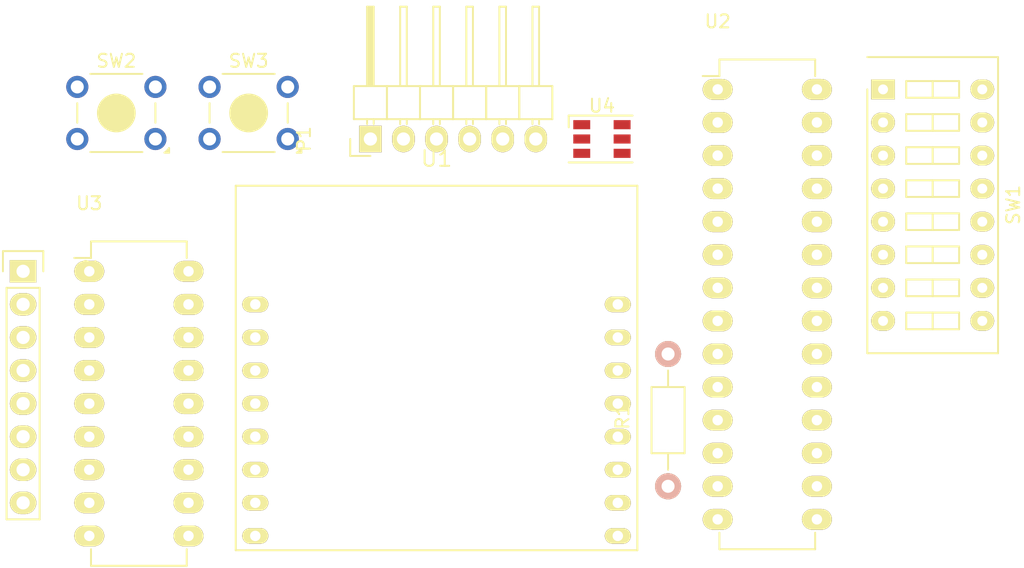
<source format=kicad_pcb>
(kicad_pcb (version 4) (host pcbnew 4.0.2-stable)

  (general
    (links 51)
    (no_connects 51)
    (area 70.414999 53.894999 162.105 110.685001)
    (thickness 1.6)
    (drawings 0)
    (tracks 0)
    (zones 0)
    (modules 10)
    (nets 46)
  )

  (page A4)
  (layers
    (0 F.Cu signal)
    (31 B.Cu signal)
    (32 B.Adhes user)
    (33 F.Adhes user)
    (34 B.Paste user)
    (35 F.Paste user)
    (36 B.SilkS user)
    (37 F.SilkS user)
    (38 B.Mask user)
    (39 F.Mask user)
    (40 Dwgs.User user)
    (41 Cmts.User user)
    (42 Eco1.User user)
    (43 Eco2.User user)
    (44 Edge.Cuts user)
    (45 Margin user)
    (46 B.CrtYd user)
    (47 F.CrtYd user)
    (48 B.Fab user)
    (49 F.Fab user)
  )

  (setup
    (last_trace_width 0.25)
    (trace_clearance 0.2)
    (zone_clearance 0.508)
    (zone_45_only no)
    (trace_min 0.2)
    (segment_width 0.2)
    (edge_width 0.15)
    (via_size 0.6)
    (via_drill 0.4)
    (via_min_size 0.4)
    (via_min_drill 0.3)
    (uvia_size 0.3)
    (uvia_drill 0.1)
    (uvias_allowed no)
    (uvia_min_size 0.2)
    (uvia_min_drill 0.1)
    (pcb_text_width 0.3)
    (pcb_text_size 1.5 1.5)
    (mod_edge_width 0.15)
    (mod_text_size 1 1)
    (mod_text_width 0.15)
    (pad_size 1.524 1.524)
    (pad_drill 0.762)
    (pad_to_mask_clearance 0.2)
    (aux_axis_origin 0 0)
    (visible_elements FFFFFF7F)
    (pcbplotparams
      (layerselection 0x00030_80000001)
      (usegerberextensions false)
      (excludeedgelayer true)
      (linewidth 0.100000)
      (plotframeref false)
      (viasonmask false)
      (mode 1)
      (useauxorigin false)
      (hpglpennumber 1)
      (hpglpenspeed 20)
      (hpglpendiameter 15)
      (hpglpenoverlay 2)
      (psnegative false)
      (psa4output false)
      (plotreference true)
      (plotvalue true)
      (plotinvisibletext false)
      (padsonsilk false)
      (subtractmaskfromsilk false)
      (outputformat 1)
      (mirror false)
      (drillshape 1)
      (scaleselection 1)
      (outputdirectory ""))
  )

  (net 0 "")
  (net 1 GND)
  (net 2 "Net-(P1-Pad2)")
  (net 3 +BATT)
  (net 4 "Net-(P1-Pad4)")
  (net 5 "Net-(P1-Pad5)")
  (net 6 "Net-(P1-Pad6)")
  (net 7 "Net-(P2-Pad1)")
  (net 8 "Net-(P2-Pad2)")
  (net 9 "Net-(P2-Pad3)")
  (net 10 "Net-(P2-Pad4)")
  (net 11 "Net-(P2-Pad5)")
  (net 12 "Net-(P2-Pad6)")
  (net 13 "Net-(P2-Pad7)")
  (net 14 "Net-(P2-Pad8)")
  (net 15 "Net-(R1-Pad1)")
  (net 16 "Net-(R1-Pad2)")
  (net 17 "Net-(SW1-Pad1)")
  (net 18 "Net-(SW1-Pad2)")
  (net 19 "Net-(SW1-Pad3)")
  (net 20 "Net-(SW1-Pad4)")
  (net 21 "Net-(SW1-Pad5)")
  (net 22 "Net-(SW1-Pad6)")
  (net 23 "Net-(SW1-Pad7)")
  (net 24 "Net-(SW1-Pad8)")
  (net 25 "Net-(SW2-Pad2)")
  (net 26 "Net-(SW3-Pad1)")
  (net 27 BattSense)
  (net 28 "Net-(U1-Pad14)")
  (net 29 "Net-(U1-Pad3)")
  (net 30 "Net-(U1-Pad13)")
  (net 31 "Net-(U1-Pad4)")
  (net 32 "Net-(U1-Pad5)")
  (net 33 "Net-(U1-Pad6)")
  (net 34 "Net-(U1-Pad10)")
  (net 35 "Net-(U1-Pad7)")
  (net 36 "Net-(U2-Pad1)")
  (net 37 "Net-(U2-Pad2)")
  (net 38 "Net-(U2-Pad3)")
  (net 39 "Net-(U2-Pad4)")
  (net 40 "Net-(U2-Pad5)")
  (net 41 "Net-(U2-Pad6)")
  (net 42 "Net-(U2-Pad7)")
  (net 43 "Net-(U2-Pad8)")
  (net 44 +3V3)
  (net 45 "Net-(U4-Pad2)")

  (net_class Default "This is the default net class."
    (clearance 0.2)
    (trace_width 0.25)
    (via_dia 0.6)
    (via_drill 0.4)
    (uvia_dia 0.3)
    (uvia_drill 0.1)
    (add_net +3V3)
    (add_net +BATT)
    (add_net BattSense)
    (add_net GND)
    (add_net "Net-(P1-Pad2)")
    (add_net "Net-(P1-Pad4)")
    (add_net "Net-(P1-Pad5)")
    (add_net "Net-(P1-Pad6)")
    (add_net "Net-(P2-Pad1)")
    (add_net "Net-(P2-Pad2)")
    (add_net "Net-(P2-Pad3)")
    (add_net "Net-(P2-Pad4)")
    (add_net "Net-(P2-Pad5)")
    (add_net "Net-(P2-Pad6)")
    (add_net "Net-(P2-Pad7)")
    (add_net "Net-(P2-Pad8)")
    (add_net "Net-(R1-Pad1)")
    (add_net "Net-(R1-Pad2)")
    (add_net "Net-(SW1-Pad1)")
    (add_net "Net-(SW1-Pad2)")
    (add_net "Net-(SW1-Pad3)")
    (add_net "Net-(SW1-Pad4)")
    (add_net "Net-(SW1-Pad5)")
    (add_net "Net-(SW1-Pad6)")
    (add_net "Net-(SW1-Pad7)")
    (add_net "Net-(SW1-Pad8)")
    (add_net "Net-(SW2-Pad2)")
    (add_net "Net-(SW3-Pad1)")
    (add_net "Net-(U1-Pad10)")
    (add_net "Net-(U1-Pad13)")
    (add_net "Net-(U1-Pad14)")
    (add_net "Net-(U1-Pad3)")
    (add_net "Net-(U1-Pad4)")
    (add_net "Net-(U1-Pad5)")
    (add_net "Net-(U1-Pad6)")
    (add_net "Net-(U1-Pad7)")
    (add_net "Net-(U2-Pad1)")
    (add_net "Net-(U2-Pad2)")
    (add_net "Net-(U2-Pad3)")
    (add_net "Net-(U2-Pad4)")
    (add_net "Net-(U2-Pad5)")
    (add_net "Net-(U2-Pad6)")
    (add_net "Net-(U2-Pad7)")
    (add_net "Net-(U2-Pad8)")
    (add_net "Net-(U4-Pad2)")
  )

  (module Pin_Headers:Pin_Header_Angled_1x06 (layer F.Cu) (tedit 0) (tstamp 577EE931)
    (at 106.68 64.77 90)
    (descr "Through hole pin header")
    (tags "pin header")
    (path /577D9C97)
    (fp_text reference P1 (at 0 -5.1 90) (layer F.SilkS)
      (effects (font (size 1 1) (thickness 0.15)))
    )
    (fp_text value CONN_01X06 (at 0 -3.1 90) (layer F.Fab)
      (effects (font (size 1 1) (thickness 0.15)))
    )
    (fp_line (start -1.5 -1.75) (end -1.5 14.45) (layer F.CrtYd) (width 0.05))
    (fp_line (start 10.65 -1.75) (end 10.65 14.45) (layer F.CrtYd) (width 0.05))
    (fp_line (start -1.5 -1.75) (end 10.65 -1.75) (layer F.CrtYd) (width 0.05))
    (fp_line (start -1.5 14.45) (end 10.65 14.45) (layer F.CrtYd) (width 0.05))
    (fp_line (start -1.3 -1.55) (end -1.3 0) (layer F.SilkS) (width 0.15))
    (fp_line (start 0 -1.55) (end -1.3 -1.55) (layer F.SilkS) (width 0.15))
    (fp_line (start 4.191 -0.127) (end 10.033 -0.127) (layer F.SilkS) (width 0.15))
    (fp_line (start 10.033 -0.127) (end 10.033 0.127) (layer F.SilkS) (width 0.15))
    (fp_line (start 10.033 0.127) (end 4.191 0.127) (layer F.SilkS) (width 0.15))
    (fp_line (start 4.191 0.127) (end 4.191 0) (layer F.SilkS) (width 0.15))
    (fp_line (start 4.191 0) (end 10.033 0) (layer F.SilkS) (width 0.15))
    (fp_line (start 1.524 -0.254) (end 1.143 -0.254) (layer F.SilkS) (width 0.15))
    (fp_line (start 1.524 0.254) (end 1.143 0.254) (layer F.SilkS) (width 0.15))
    (fp_line (start 1.524 2.286) (end 1.143 2.286) (layer F.SilkS) (width 0.15))
    (fp_line (start 1.524 2.794) (end 1.143 2.794) (layer F.SilkS) (width 0.15))
    (fp_line (start 1.524 4.826) (end 1.143 4.826) (layer F.SilkS) (width 0.15))
    (fp_line (start 1.524 5.334) (end 1.143 5.334) (layer F.SilkS) (width 0.15))
    (fp_line (start 1.524 12.954) (end 1.143 12.954) (layer F.SilkS) (width 0.15))
    (fp_line (start 1.524 12.446) (end 1.143 12.446) (layer F.SilkS) (width 0.15))
    (fp_line (start 1.524 10.414) (end 1.143 10.414) (layer F.SilkS) (width 0.15))
    (fp_line (start 1.524 9.906) (end 1.143 9.906) (layer F.SilkS) (width 0.15))
    (fp_line (start 1.524 7.874) (end 1.143 7.874) (layer F.SilkS) (width 0.15))
    (fp_line (start 1.524 7.366) (end 1.143 7.366) (layer F.SilkS) (width 0.15))
    (fp_line (start 1.524 -1.27) (end 4.064 -1.27) (layer F.SilkS) (width 0.15))
    (fp_line (start 1.524 1.27) (end 4.064 1.27) (layer F.SilkS) (width 0.15))
    (fp_line (start 1.524 1.27) (end 1.524 3.81) (layer F.SilkS) (width 0.15))
    (fp_line (start 1.524 3.81) (end 4.064 3.81) (layer F.SilkS) (width 0.15))
    (fp_line (start 4.064 2.286) (end 10.16 2.286) (layer F.SilkS) (width 0.15))
    (fp_line (start 10.16 2.286) (end 10.16 2.794) (layer F.SilkS) (width 0.15))
    (fp_line (start 10.16 2.794) (end 4.064 2.794) (layer F.SilkS) (width 0.15))
    (fp_line (start 4.064 3.81) (end 4.064 1.27) (layer F.SilkS) (width 0.15))
    (fp_line (start 4.064 1.27) (end 4.064 -1.27) (layer F.SilkS) (width 0.15))
    (fp_line (start 10.16 0.254) (end 4.064 0.254) (layer F.SilkS) (width 0.15))
    (fp_line (start 10.16 -0.254) (end 10.16 0.254) (layer F.SilkS) (width 0.15))
    (fp_line (start 4.064 -0.254) (end 10.16 -0.254) (layer F.SilkS) (width 0.15))
    (fp_line (start 1.524 1.27) (end 4.064 1.27) (layer F.SilkS) (width 0.15))
    (fp_line (start 1.524 -1.27) (end 1.524 1.27) (layer F.SilkS) (width 0.15))
    (fp_line (start 1.524 8.89) (end 4.064 8.89) (layer F.SilkS) (width 0.15))
    (fp_line (start 1.524 8.89) (end 1.524 11.43) (layer F.SilkS) (width 0.15))
    (fp_line (start 1.524 11.43) (end 4.064 11.43) (layer F.SilkS) (width 0.15))
    (fp_line (start 4.064 9.906) (end 10.16 9.906) (layer F.SilkS) (width 0.15))
    (fp_line (start 10.16 9.906) (end 10.16 10.414) (layer F.SilkS) (width 0.15))
    (fp_line (start 10.16 10.414) (end 4.064 10.414) (layer F.SilkS) (width 0.15))
    (fp_line (start 4.064 11.43) (end 4.064 8.89) (layer F.SilkS) (width 0.15))
    (fp_line (start 4.064 13.97) (end 4.064 11.43) (layer F.SilkS) (width 0.15))
    (fp_line (start 10.16 12.954) (end 4.064 12.954) (layer F.SilkS) (width 0.15))
    (fp_line (start 10.16 12.446) (end 10.16 12.954) (layer F.SilkS) (width 0.15))
    (fp_line (start 4.064 12.446) (end 10.16 12.446) (layer F.SilkS) (width 0.15))
    (fp_line (start 1.524 13.97) (end 4.064 13.97) (layer F.SilkS) (width 0.15))
    (fp_line (start 1.524 11.43) (end 1.524 13.97) (layer F.SilkS) (width 0.15))
    (fp_line (start 1.524 11.43) (end 4.064 11.43) (layer F.SilkS) (width 0.15))
    (fp_line (start 1.524 6.35) (end 4.064 6.35) (layer F.SilkS) (width 0.15))
    (fp_line (start 1.524 6.35) (end 1.524 8.89) (layer F.SilkS) (width 0.15))
    (fp_line (start 1.524 8.89) (end 4.064 8.89) (layer F.SilkS) (width 0.15))
    (fp_line (start 4.064 7.366) (end 10.16 7.366) (layer F.SilkS) (width 0.15))
    (fp_line (start 10.16 7.366) (end 10.16 7.874) (layer F.SilkS) (width 0.15))
    (fp_line (start 10.16 7.874) (end 4.064 7.874) (layer F.SilkS) (width 0.15))
    (fp_line (start 4.064 8.89) (end 4.064 6.35) (layer F.SilkS) (width 0.15))
    (fp_line (start 4.064 6.35) (end 4.064 3.81) (layer F.SilkS) (width 0.15))
    (fp_line (start 10.16 5.334) (end 4.064 5.334) (layer F.SilkS) (width 0.15))
    (fp_line (start 10.16 4.826) (end 10.16 5.334) (layer F.SilkS) (width 0.15))
    (fp_line (start 4.064 4.826) (end 10.16 4.826) (layer F.SilkS) (width 0.15))
    (fp_line (start 1.524 6.35) (end 4.064 6.35) (layer F.SilkS) (width 0.15))
    (fp_line (start 1.524 3.81) (end 1.524 6.35) (layer F.SilkS) (width 0.15))
    (fp_line (start 1.524 3.81) (end 4.064 3.81) (layer F.SilkS) (width 0.15))
    (pad 1 thru_hole rect (at 0 0 90) (size 2.032 1.7272) (drill 1.016) (layers *.Cu *.Mask F.SilkS)
      (net 1 GND))
    (pad 2 thru_hole oval (at 0 2.54 90) (size 2.032 1.7272) (drill 1.016) (layers *.Cu *.Mask F.SilkS)
      (net 2 "Net-(P1-Pad2)"))
    (pad 3 thru_hole oval (at 0 5.08 90) (size 2.032 1.7272) (drill 1.016) (layers *.Cu *.Mask F.SilkS)
      (net 3 +BATT))
    (pad 4 thru_hole oval (at 0 7.62 90) (size 2.032 1.7272) (drill 1.016) (layers *.Cu *.Mask F.SilkS)
      (net 4 "Net-(P1-Pad4)"))
    (pad 5 thru_hole oval (at 0 10.16 90) (size 2.032 1.7272) (drill 1.016) (layers *.Cu *.Mask F.SilkS)
      (net 5 "Net-(P1-Pad5)"))
    (pad 6 thru_hole oval (at 0 12.7 90) (size 2.032 1.7272) (drill 1.016) (layers *.Cu *.Mask F.SilkS)
      (net 6 "Net-(P1-Pad6)"))
    (model Pin_Headers.3dshapes/Pin_Header_Angled_1x06.wrl
      (at (xyz 0 -0.25 0))
      (scale (xyz 1 1 1))
      (rotate (xyz 0 0 90))
    )
  )

  (module Socket_Strips:Socket_Strip_Straight_1x08 (layer F.Cu) (tedit 0) (tstamp 577EE93D)
    (at 80.01 74.93 270)
    (descr "Through hole socket strip")
    (tags "socket strip")
    (path /577DD32E)
    (fp_text reference P2 (at 0 -5.1 270) (layer F.SilkS)
      (effects (font (size 1 1) (thickness 0.15)))
    )
    (fp_text value CONN_01X08 (at 0 -3.1 270) (layer F.Fab)
      (effects (font (size 1 1) (thickness 0.15)))
    )
    (fp_line (start -1.75 -1.75) (end -1.75 1.75) (layer F.CrtYd) (width 0.05))
    (fp_line (start 19.55 -1.75) (end 19.55 1.75) (layer F.CrtYd) (width 0.05))
    (fp_line (start -1.75 -1.75) (end 19.55 -1.75) (layer F.CrtYd) (width 0.05))
    (fp_line (start -1.75 1.75) (end 19.55 1.75) (layer F.CrtYd) (width 0.05))
    (fp_line (start 1.27 1.27) (end 19.05 1.27) (layer F.SilkS) (width 0.15))
    (fp_line (start 19.05 1.27) (end 19.05 -1.27) (layer F.SilkS) (width 0.15))
    (fp_line (start 19.05 -1.27) (end 1.27 -1.27) (layer F.SilkS) (width 0.15))
    (fp_line (start -1.55 1.55) (end 0 1.55) (layer F.SilkS) (width 0.15))
    (fp_line (start 1.27 1.27) (end 1.27 -1.27) (layer F.SilkS) (width 0.15))
    (fp_line (start 0 -1.55) (end -1.55 -1.55) (layer F.SilkS) (width 0.15))
    (fp_line (start -1.55 -1.55) (end -1.55 1.55) (layer F.SilkS) (width 0.15))
    (pad 1 thru_hole rect (at 0 0 270) (size 1.7272 2.032) (drill 1.016) (layers *.Cu *.Mask F.SilkS)
      (net 7 "Net-(P2-Pad1)"))
    (pad 2 thru_hole oval (at 2.54 0 270) (size 1.7272 2.032) (drill 1.016) (layers *.Cu *.Mask F.SilkS)
      (net 8 "Net-(P2-Pad2)"))
    (pad 3 thru_hole oval (at 5.08 0 270) (size 1.7272 2.032) (drill 1.016) (layers *.Cu *.Mask F.SilkS)
      (net 9 "Net-(P2-Pad3)"))
    (pad 4 thru_hole oval (at 7.62 0 270) (size 1.7272 2.032) (drill 1.016) (layers *.Cu *.Mask F.SilkS)
      (net 10 "Net-(P2-Pad4)"))
    (pad 5 thru_hole oval (at 10.16 0 270) (size 1.7272 2.032) (drill 1.016) (layers *.Cu *.Mask F.SilkS)
      (net 11 "Net-(P2-Pad5)"))
    (pad 6 thru_hole oval (at 12.7 0 270) (size 1.7272 2.032) (drill 1.016) (layers *.Cu *.Mask F.SilkS)
      (net 12 "Net-(P2-Pad6)"))
    (pad 7 thru_hole oval (at 15.24 0 270) (size 1.7272 2.032) (drill 1.016) (layers *.Cu *.Mask F.SilkS)
      (net 13 "Net-(P2-Pad7)"))
    (pad 8 thru_hole oval (at 17.78 0 270) (size 1.7272 2.032) (drill 1.016) (layers *.Cu *.Mask F.SilkS)
      (net 14 "Net-(P2-Pad8)"))
    (model Socket_Strips.3dshapes/Socket_Strip_Straight_1x08.wrl
      (at (xyz 0.35 0 0))
      (scale (xyz 1 1 1))
      (rotate (xyz 0 0 180))
    )
  )

  (module Resistors_ThroughHole:Resistor_Horizontal_RM10mm (layer F.Cu) (tedit 56648415) (tstamp 577EE943)
    (at 129.54 91.44 90)
    (descr "Resistor, Axial,  RM 10mm, 1/3W")
    (tags "Resistor Axial RM 10mm 1/3W")
    (path /577DA7E8)
    (fp_text reference R1 (at 5.32892 -3.50012 90) (layer F.SilkS)
      (effects (font (size 1 1) (thickness 0.15)))
    )
    (fp_text value 570 (at 5.08 3.81 90) (layer F.Fab)
      (effects (font (size 1 1) (thickness 0.15)))
    )
    (fp_line (start -1.25 -1.5) (end 11.4 -1.5) (layer F.CrtYd) (width 0.05))
    (fp_line (start -1.25 1.5) (end -1.25 -1.5) (layer F.CrtYd) (width 0.05))
    (fp_line (start 11.4 -1.5) (end 11.4 1.5) (layer F.CrtYd) (width 0.05))
    (fp_line (start -1.25 1.5) (end 11.4 1.5) (layer F.CrtYd) (width 0.05))
    (fp_line (start 2.54 -1.27) (end 7.62 -1.27) (layer F.SilkS) (width 0.15))
    (fp_line (start 7.62 -1.27) (end 7.62 1.27) (layer F.SilkS) (width 0.15))
    (fp_line (start 7.62 1.27) (end 2.54 1.27) (layer F.SilkS) (width 0.15))
    (fp_line (start 2.54 1.27) (end 2.54 -1.27) (layer F.SilkS) (width 0.15))
    (fp_line (start 2.54 0) (end 1.27 0) (layer F.SilkS) (width 0.15))
    (fp_line (start 7.62 0) (end 8.89 0) (layer F.SilkS) (width 0.15))
    (pad 1 thru_hole circle (at 0 0 90) (size 1.99898 1.99898) (drill 1.00076) (layers *.Cu *.SilkS *.Mask)
      (net 15 "Net-(R1-Pad1)"))
    (pad 2 thru_hole circle (at 10.16 0 90) (size 1.99898 1.99898) (drill 1.00076) (layers *.Cu *.SilkS *.Mask)
      (net 16 "Net-(R1-Pad2)"))
    (model Resistors_ThroughHole.3dshapes/Resistor_Horizontal_RM10mm.wrl
      (at (xyz 0 0 0))
      (scale (xyz 0.4 0.4 0.4))
      (rotate (xyz 0 0 0))
    )
  )

  (module Buttons_Switches_ThroughHole:SW_DIP_x8_Slide (layer F.Cu) (tedit 54BB66BF) (tstamp 577EE957)
    (at 146.05 60.96 270)
    (descr "CTS Electrocomponents, Series 206/208")
    (path /577DAB6E)
    (fp_text reference SW1 (at 8.87 -10 270) (layer F.SilkS)
      (effects (font (size 1 1) (thickness 0.15)))
    )
    (fp_text value DIPS_08 (at 2 2.4 270) (layer F.Fab)
      (effects (font (size 1 1) (thickness 0.15)))
    )
    (fp_line (start -0.64 -5.84) (end -0.64 -1.78) (layer F.SilkS) (width 0.15))
    (fp_line (start -0.64 -3.81) (end 0.64 -3.81) (layer F.SilkS) (width 0.15))
    (fp_line (start -0.64 -1.78) (end 0.64 -1.78) (layer F.SilkS) (width 0.15))
    (fp_line (start 0.64 -1.78) (end 0.64 -5.84) (layer F.SilkS) (width 0.15))
    (fp_line (start 0.64 -5.84) (end -0.64 -5.84) (layer F.SilkS) (width 0.15))
    (fp_line (start 1.9 -5.84) (end 1.9 -1.78) (layer F.SilkS) (width 0.15))
    (fp_line (start 1.9 -3.81) (end 3.18 -3.81) (layer F.SilkS) (width 0.15))
    (fp_line (start 1.9 -1.78) (end 3.18 -1.78) (layer F.SilkS) (width 0.15))
    (fp_line (start 3.18 -1.78) (end 3.18 -5.84) (layer F.SilkS) (width 0.15))
    (fp_line (start 3.18 -5.84) (end 1.9 -5.84) (layer F.SilkS) (width 0.15))
    (fp_line (start 4.44 -5.84) (end 4.44 -1.78) (layer F.SilkS) (width 0.15))
    (fp_line (start 4.44 -3.81) (end 5.72 -3.81) (layer F.SilkS) (width 0.15))
    (fp_line (start 4.44 -1.78) (end 5.72 -1.78) (layer F.SilkS) (width 0.15))
    (fp_line (start 5.72 -1.78) (end 5.72 -5.84) (layer F.SilkS) (width 0.15))
    (fp_line (start 5.72 -5.84) (end 4.44 -5.84) (layer F.SilkS) (width 0.15))
    (fp_line (start 6.98 -5.84) (end 6.98 -1.78) (layer F.SilkS) (width 0.15))
    (fp_line (start 6.98 -3.81) (end 8.26 -3.81) (layer F.SilkS) (width 0.15))
    (fp_line (start 6.98 -1.78) (end 8.26 -1.78) (layer F.SilkS) (width 0.15))
    (fp_line (start 8.26 -1.78) (end 8.26 -5.84) (layer F.SilkS) (width 0.15))
    (fp_line (start 8.26 -5.84) (end 6.98 -5.84) (layer F.SilkS) (width 0.15))
    (fp_line (start 9.52 -5.84) (end 9.52 -1.78) (layer F.SilkS) (width 0.15))
    (fp_line (start 9.52 -3.81) (end 10.8 -3.81) (layer F.SilkS) (width 0.15))
    (fp_line (start 9.52 -1.78) (end 10.8 -1.78) (layer F.SilkS) (width 0.15))
    (fp_line (start 10.8 -1.78) (end 10.8 -5.84) (layer F.SilkS) (width 0.15))
    (fp_line (start 10.8 -5.84) (end 9.52 -5.84) (layer F.SilkS) (width 0.15))
    (fp_line (start 12.06 -5.84) (end 12.06 -1.78) (layer F.SilkS) (width 0.15))
    (fp_line (start 12.06 -3.81) (end 13.34 -3.81) (layer F.SilkS) (width 0.15))
    (fp_line (start 12.06 -1.78) (end 13.34 -1.78) (layer F.SilkS) (width 0.15))
    (fp_line (start 13.34 -1.78) (end 13.34 -5.84) (layer F.SilkS) (width 0.15))
    (fp_line (start 13.34 -5.84) (end 12.06 -5.84) (layer F.SilkS) (width 0.15))
    (fp_line (start 14.6 -5.84) (end 14.6 -1.78) (layer F.SilkS) (width 0.15))
    (fp_line (start 14.6 -3.81) (end 15.88 -3.81) (layer F.SilkS) (width 0.15))
    (fp_line (start 14.6 -1.78) (end 15.88 -1.78) (layer F.SilkS) (width 0.15))
    (fp_line (start 15.88 -1.78) (end 15.88 -5.84) (layer F.SilkS) (width 0.15))
    (fp_line (start 15.88 -5.84) (end 14.6 -5.84) (layer F.SilkS) (width 0.15))
    (fp_line (start 17.14 -5.84) (end 17.14 -1.78) (layer F.SilkS) (width 0.15))
    (fp_line (start 17.14 -3.81) (end 18.42 -3.81) (layer F.SilkS) (width 0.15))
    (fp_line (start 17.14 -1.78) (end 18.42 -1.78) (layer F.SilkS) (width 0.15))
    (fp_line (start 18.42 -1.78) (end 18.42 -5.84) (layer F.SilkS) (width 0.15))
    (fp_line (start 18.42 -5.84) (end 17.14 -5.84) (layer F.SilkS) (width 0.15))
    (fp_line (start -2.8 -9.15) (end -2.8 1.55) (layer F.CrtYd) (width 0.05))
    (fp_line (start -2.8 1.55) (end 20.6 1.55) (layer F.CrtYd) (width 0.05))
    (fp_line (start 20.6 1.55) (end 20.6 -9.15) (layer F.CrtYd) (width 0.05))
    (fp_line (start 20.6 -9.15) (end -2.8 -9.15) (layer F.CrtYd) (width 0.05))
    (fp_line (start -2.48 1.21) (end -2.48 -8.83) (layer F.SilkS) (width 0.15))
    (fp_line (start -2.48 -8.83) (end 20.26 -8.83) (layer F.SilkS) (width 0.15))
    (fp_line (start 20.26 -8.83) (end 20.26 1.21) (layer F.SilkS) (width 0.15))
    (fp_line (start 20.26 1.21) (end 0 1.21) (layer F.SilkS) (width 0.15))
    (pad 1 thru_hole rect (at 0 0 270) (size 1.524 1.824) (drill 0.762) (layers *.Cu *.Mask F.SilkS)
      (net 17 "Net-(SW1-Pad1)"))
    (pad 16 thru_hole oval (at 0 -7.62 270) (size 1.524 1.824) (drill 0.762) (layers *.Cu *.Mask F.SilkS)
      (net 1 GND))
    (pad 2 thru_hole oval (at 2.54 0 270) (size 1.524 1.824) (drill 0.762) (layers *.Cu *.Mask F.SilkS)
      (net 18 "Net-(SW1-Pad2)"))
    (pad 15 thru_hole oval (at 2.54 -7.62 270) (size 1.524 1.824) (drill 0.762) (layers *.Cu *.Mask F.SilkS)
      (net 1 GND))
    (pad 3 thru_hole oval (at 5.08 0 270) (size 1.524 1.824) (drill 0.762) (layers *.Cu *.Mask F.SilkS)
      (net 19 "Net-(SW1-Pad3)"))
    (pad 14 thru_hole oval (at 5.08 -7.62 270) (size 1.524 1.824) (drill 0.762) (layers *.Cu *.Mask F.SilkS)
      (net 1 GND))
    (pad 4 thru_hole oval (at 7.62 0 270) (size 1.524 1.824) (drill 0.762) (layers *.Cu *.Mask F.SilkS)
      (net 20 "Net-(SW1-Pad4)"))
    (pad 13 thru_hole oval (at 7.62 -7.62 270) (size 1.524 1.824) (drill 0.762) (layers *.Cu *.Mask F.SilkS)
      (net 1 GND))
    (pad 5 thru_hole oval (at 10.16 0 270) (size 1.524 1.824) (drill 0.762) (layers *.Cu *.Mask F.SilkS)
      (net 21 "Net-(SW1-Pad5)"))
    (pad 12 thru_hole oval (at 10.16 -7.62 270) (size 1.524 1.824) (drill 0.762) (layers *.Cu *.Mask F.SilkS)
      (net 1 GND))
    (pad 6 thru_hole oval (at 12.7 0 270) (size 1.524 1.824) (drill 0.762) (layers *.Cu *.Mask F.SilkS)
      (net 22 "Net-(SW1-Pad6)"))
    (pad 11 thru_hole oval (at 12.7 -7.62 270) (size 1.524 1.824) (drill 0.762) (layers *.Cu *.Mask F.SilkS)
      (net 1 GND))
    (pad 7 thru_hole oval (at 15.24 0 270) (size 1.524 1.824) (drill 0.762) (layers *.Cu *.Mask F.SilkS)
      (net 23 "Net-(SW1-Pad7)"))
    (pad 10 thru_hole oval (at 15.24 -7.62 270) (size 1.524 1.824) (drill 0.762) (layers *.Cu *.Mask F.SilkS)
      (net 1 GND))
    (pad 8 thru_hole oval (at 17.78 0 270) (size 1.524 1.824) (drill 0.762) (layers *.Cu *.Mask F.SilkS)
      (net 24 "Net-(SW1-Pad8)"))
    (pad 9 thru_hole oval (at 17.78 -7.62 270) (size 1.524 1.824) (drill 0.762) (layers *.Cu *.Mask F.SilkS)
      (net 1 GND))
    (model Buttons_Switches_ThroughHole.3dshapes/SW_DIP_x8_Slide.wrl
      (at (xyz 0 0 0))
      (scale (xyz 1 1 1))
      (rotate (xyz 0 0 0))
    )
  )

  (module Buttons_Switches_ThroughHole:SW_TH_Tactile_Omron_B3F-10xx (layer F.Cu) (tedit 563F14D4) (tstamp 577EE95F)
    (at 90.17 64.77 180)
    (descr SW_TH_Tactile_Omron_B3F-10xx)
    (tags "Omron B3F-10xx")
    (path /577DA05A)
    (fp_text reference SW2 (at 3 6 180) (layer F.SilkS)
      (effects (font (size 1 1) (thickness 0.15)))
    )
    (fp_text value SW_PUSH (at 2.95 -2.05 180) (layer F.Fab)
      (effects (font (size 1 1) (thickness 0.15)))
    )
    (fp_line (start -0.95 -1) (end -0.95 -0.9) (layer F.SilkS) (width 0.15))
    (fp_line (start -1.05 -1.05) (end -0.7 -1.05) (layer F.SilkS) (width 0.15))
    (fp_arc (start 0 0) (end -1.05 -0.7) (angle 22.61986495) (layer F.SilkS) (width 0.15))
    (fp_line (start -1.05 -1.05) (end -1.05 -0.7) (layer F.SilkS) (width 0.15))
    (fp_line (start 7.15 -1.15) (end 0.45 -1.15) (layer F.CrtYd) (width 0.05))
    (fp_line (start 7.15 5.15) (end 7.15 -1.15) (layer F.CrtYd) (width 0.05))
    (fp_line (start -1.15 5.15) (end 7.15 5.15) (layer F.CrtYd) (width 0.05))
    (fp_line (start -1.15 0) (end -1.15 5.15) (layer F.CrtYd) (width 0.05))
    (fp_line (start -1.15 -1.15) (end 0.45 -1.15) (layer F.CrtYd) (width 0.05))
    (fp_line (start -1.15 0) (end -1.15 -1.15) (layer F.CrtYd) (width 0.05))
    (fp_circle (center 3 2) (end 4 3) (layer F.SilkS) (width 0.15))
    (fp_line (start 1 5) (end 5 5) (layer F.SilkS) (width 0.15))
    (fp_line (start 1 -1) (end 5 -1) (layer F.SilkS) (width 0.15))
    (fp_line (start 0 2.75) (end 0 1.25) (layer F.SilkS) (width 0.15))
    (fp_line (start 6 1.25) (end 6 2.75) (layer F.SilkS) (width 0.15))
    (fp_line (start 0 2) (end 0 2) (layer F.SilkS) (width 0))
    (fp_line (start 5 5) (end 1 5) (layer F.SilkS) (width 0))
    (fp_line (start 5 -1) (end 1 -1) (layer F.SilkS) (width 0))
    (fp_line (start 6 2) (end 6 2) (layer F.SilkS) (width 0))
    (fp_circle (center 3 2) (end 4 3) (layer F.SilkS) (width 0))
    (pad 4 thru_hole circle (at 6 4 180) (size 1.7 1.7) (drill 1) (layers *.Cu *.Mask))
    (pad 3 thru_hole circle (at 0 4 180) (size 1.7 1.7) (drill 1) (layers *.Cu *.Mask))
    (pad 2 thru_hole circle (at 6 0 180) (size 1.7 1.7) (drill 1) (layers *.Cu *.Mask)
      (net 25 "Net-(SW2-Pad2)"))
    (pad 1 thru_hole circle (at 0 0 180) (size 1.7 1.7) (drill 1) (layers *.Cu *.Mask)
      (net 1 GND))
  )

  (module Buttons_Switches_ThroughHole:SW_TH_Tactile_Omron_B3F-10xx (layer F.Cu) (tedit 563F14D4) (tstamp 577EE967)
    (at 100.33 64.77 180)
    (descr SW_TH_Tactile_Omron_B3F-10xx)
    (tags "Omron B3F-10xx")
    (path /577D9FFA)
    (fp_text reference SW3 (at 3 6 180) (layer F.SilkS)
      (effects (font (size 1 1) (thickness 0.15)))
    )
    (fp_text value SW_PUSH (at 2.95 -2.05 180) (layer F.Fab)
      (effects (font (size 1 1) (thickness 0.15)))
    )
    (fp_line (start -0.95 -1) (end -0.95 -0.9) (layer F.SilkS) (width 0.15))
    (fp_line (start -1.05 -1.05) (end -0.7 -1.05) (layer F.SilkS) (width 0.15))
    (fp_arc (start 0 0) (end -1.05 -0.7) (angle 22.61986495) (layer F.SilkS) (width 0.15))
    (fp_line (start -1.05 -1.05) (end -1.05 -0.7) (layer F.SilkS) (width 0.15))
    (fp_line (start 7.15 -1.15) (end 0.45 -1.15) (layer F.CrtYd) (width 0.05))
    (fp_line (start 7.15 5.15) (end 7.15 -1.15) (layer F.CrtYd) (width 0.05))
    (fp_line (start -1.15 5.15) (end 7.15 5.15) (layer F.CrtYd) (width 0.05))
    (fp_line (start -1.15 0) (end -1.15 5.15) (layer F.CrtYd) (width 0.05))
    (fp_line (start -1.15 -1.15) (end 0.45 -1.15) (layer F.CrtYd) (width 0.05))
    (fp_line (start -1.15 0) (end -1.15 -1.15) (layer F.CrtYd) (width 0.05))
    (fp_circle (center 3 2) (end 4 3) (layer F.SilkS) (width 0.15))
    (fp_line (start 1 5) (end 5 5) (layer F.SilkS) (width 0.15))
    (fp_line (start 1 -1) (end 5 -1) (layer F.SilkS) (width 0.15))
    (fp_line (start 0 2.75) (end 0 1.25) (layer F.SilkS) (width 0.15))
    (fp_line (start 6 1.25) (end 6 2.75) (layer F.SilkS) (width 0.15))
    (fp_line (start 0 2) (end 0 2) (layer F.SilkS) (width 0))
    (fp_line (start 5 5) (end 1 5) (layer F.SilkS) (width 0))
    (fp_line (start 5 -1) (end 1 -1) (layer F.SilkS) (width 0))
    (fp_line (start 6 2) (end 6 2) (layer F.SilkS) (width 0))
    (fp_circle (center 3 2) (end 4 3) (layer F.SilkS) (width 0))
    (pad 4 thru_hole circle (at 6 4 180) (size 1.7 1.7) (drill 1) (layers *.Cu *.Mask))
    (pad 3 thru_hole circle (at 0 4 180) (size 1.7 1.7) (drill 1) (layers *.Cu *.Mask))
    (pad 2 thru_hole circle (at 6 0 180) (size 1.7 1.7) (drill 1) (layers *.Cu *.Mask)
      (net 1 GND))
    (pad 1 thru_hole circle (at 0 0 180) (size 1.7 1.7) (drill 1) (layers *.Cu *.Mask)
      (net 26 "Net-(SW3-Pad1)"))
  )

  (module ESP8266:ESP12_Breakout (layer F.Cu) (tedit 577EE466) (tstamp 577EE97F)
    (at 111.76 86.36 270)
    (path /577D9800)
    (fp_text reference U1 (at -20.08 0 360) (layer F.SilkS)
      (effects (font (size 1.2 1.2) (thickness 0.15)))
    )
    (fp_text value ESP-12_Breakout (at -2.54 0 270) (layer F.Fab)
      (effects (font (size 1.2 1.2) (thickness 0.15)))
    )
    (fp_line (start -18 -15.42) (end -18 15.42) (layer F.SilkS) (width 0.15))
    (fp_line (start -18 15.419999) (end 9.99 15.42) (layer F.SilkS) (width 0.15))
    (fp_line (start 9.99 15.42) (end 9.99 -15.42) (layer F.SilkS) (width 0.15))
    (fp_line (start 9.99 -15.419999) (end -18 -15.42) (layer F.SilkS) (width 0.15))
    (pad 16 thru_hole oval (at -8.89 -13.92 270) (size 1.2 2) (drill 0.8) (layers *.Cu *.Mask F.SilkS)
      (net 5 "Net-(P1-Pad5)"))
    (pad 1 thru_hole oval (at -8.89 13.92 270) (size 1.2 2) (drill 0.8) (layers *.Cu *.Mask F.SilkS)
      (net 25 "Net-(SW2-Pad2)"))
    (pad 15 thru_hole oval (at -6.35 -13.92 270) (size 1.2 2) (drill 0.8) (layers *.Cu *.Mask F.SilkS)
      (net 4 "Net-(P1-Pad4)"))
    (pad 2 thru_hole oval (at -6.35 13.92 270) (size 1.2 2) (drill 0.8) (layers *.Cu *.Mask F.SilkS)
      (net 27 BattSense))
    (pad 14 thru_hole oval (at -3.81 -13.92 270) (size 1.2 2) (drill 0.8) (layers *.Cu *.Mask F.SilkS)
      (net 28 "Net-(U1-Pad14)"))
    (pad 3 thru_hole oval (at -3.81 13.92 270) (size 1.2 2) (drill 0.8) (layers *.Cu *.Mask F.SilkS)
      (net 29 "Net-(U1-Pad3)"))
    (pad 13 thru_hole oval (at -1.27 -13.92 270) (size 1.2 2) (drill 0.8) (layers *.Cu *.Mask F.SilkS)
      (net 30 "Net-(U1-Pad13)"))
    (pad 4 thru_hole oval (at -1.27 13.92 270) (size 1.2 2) (drill 0.8) (layers *.Cu *.Mask F.SilkS)
      (net 31 "Net-(U1-Pad4)"))
    (pad 12 thru_hole oval (at 1.27 -13.92 270) (size 1.2 2) (drill 0.8) (layers *.Cu *.Mask F.SilkS)
      (net 26 "Net-(SW3-Pad1)"))
    (pad 5 thru_hole oval (at 1.27 13.92 270) (size 1.2 2) (drill 0.8) (layers *.Cu *.Mask F.SilkS)
      (net 32 "Net-(U1-Pad5)"))
    (pad 11 thru_hole oval (at 3.81 -13.92 270) (size 1.2 2) (drill 0.8) (layers *.Cu *.Mask F.SilkS)
      (net 15 "Net-(R1-Pad1)"))
    (pad 6 thru_hole oval (at 3.81 13.92 270) (size 1.2 2) (drill 0.8) (layers *.Cu *.Mask F.SilkS)
      (net 33 "Net-(U1-Pad6)"))
    (pad 10 thru_hole oval (at 6.35 -13.92 270) (size 1.2 2) (drill 0.8) (layers *.Cu *.Mask F.SilkS)
      (net 34 "Net-(U1-Pad10)"))
    (pad 7 thru_hole oval (at 6.35 13.92 270) (size 1.2 2) (drill 0.8) (layers *.Cu *.Mask F.SilkS)
      (net 35 "Net-(U1-Pad7)"))
    (pad 9 thru_hole oval (at 8.89 -13.92 270) (size 1.2 2) (drill 0.8) (layers *.Cu *.Mask F.SilkS)
      (net 1 GND))
    (pad 8 thru_hole oval (at 8.89 13.92 270) (size 1.2 2) (drill 0.8) (layers *.Cu *.Mask F.SilkS)
      (net 3 +BATT))
  )

  (module Housings_DIP:DIP-28_W7.62mm_LongPads (layer F.Cu) (tedit 54130A77) (tstamp 577EE99F)
    (at 133.35 60.96)
    (descr "28-lead dip package, row spacing 7.62 mm (300 mils), longer pads")
    (tags "dil dip 2.54 300")
    (path /577DBC41)
    (fp_text reference U2 (at 0 -5.22) (layer F.SilkS)
      (effects (font (size 1 1) (thickness 0.15)))
    )
    (fp_text value MCP23017 (at 0 -3.72) (layer F.Fab)
      (effects (font (size 1 1) (thickness 0.15)))
    )
    (fp_line (start -1.4 -2.45) (end -1.4 35.5) (layer F.CrtYd) (width 0.05))
    (fp_line (start 9 -2.45) (end 9 35.5) (layer F.CrtYd) (width 0.05))
    (fp_line (start -1.4 -2.45) (end 9 -2.45) (layer F.CrtYd) (width 0.05))
    (fp_line (start -1.4 35.5) (end 9 35.5) (layer F.CrtYd) (width 0.05))
    (fp_line (start 0.135 -2.295) (end 0.135 -1.025) (layer F.SilkS) (width 0.15))
    (fp_line (start 7.485 -2.295) (end 7.485 -1.025) (layer F.SilkS) (width 0.15))
    (fp_line (start 7.485 35.315) (end 7.485 34.045) (layer F.SilkS) (width 0.15))
    (fp_line (start 0.135 35.315) (end 0.135 34.045) (layer F.SilkS) (width 0.15))
    (fp_line (start 0.135 -2.295) (end 7.485 -2.295) (layer F.SilkS) (width 0.15))
    (fp_line (start 0.135 35.315) (end 7.485 35.315) (layer F.SilkS) (width 0.15))
    (fp_line (start 0.135 -1.025) (end -1.15 -1.025) (layer F.SilkS) (width 0.15))
    (pad 1 thru_hole oval (at 0 0) (size 2.3 1.6) (drill 0.8) (layers *.Cu *.Mask F.SilkS)
      (net 36 "Net-(U2-Pad1)"))
    (pad 2 thru_hole oval (at 0 2.54) (size 2.3 1.6) (drill 0.8) (layers *.Cu *.Mask F.SilkS)
      (net 37 "Net-(U2-Pad2)"))
    (pad 3 thru_hole oval (at 0 5.08) (size 2.3 1.6) (drill 0.8) (layers *.Cu *.Mask F.SilkS)
      (net 38 "Net-(U2-Pad3)"))
    (pad 4 thru_hole oval (at 0 7.62) (size 2.3 1.6) (drill 0.8) (layers *.Cu *.Mask F.SilkS)
      (net 39 "Net-(U2-Pad4)"))
    (pad 5 thru_hole oval (at 0 10.16) (size 2.3 1.6) (drill 0.8) (layers *.Cu *.Mask F.SilkS)
      (net 40 "Net-(U2-Pad5)"))
    (pad 6 thru_hole oval (at 0 12.7) (size 2.3 1.6) (drill 0.8) (layers *.Cu *.Mask F.SilkS)
      (net 41 "Net-(U2-Pad6)"))
    (pad 7 thru_hole oval (at 0 15.24) (size 2.3 1.6) (drill 0.8) (layers *.Cu *.Mask F.SilkS)
      (net 42 "Net-(U2-Pad7)"))
    (pad 8 thru_hole oval (at 0 17.78) (size 2.3 1.6) (drill 0.8) (layers *.Cu *.Mask F.SilkS)
      (net 43 "Net-(U2-Pad8)"))
    (pad 9 thru_hole oval (at 0 20.32) (size 2.3 1.6) (drill 0.8) (layers *.Cu *.Mask F.SilkS)
      (net 44 +3V3))
    (pad 10 thru_hole oval (at 0 22.86) (size 2.3 1.6) (drill 0.8) (layers *.Cu *.Mask F.SilkS)
      (net 1 GND))
    (pad 11 thru_hole oval (at 0 25.4) (size 2.3 1.6) (drill 0.8) (layers *.Cu *.Mask F.SilkS))
    (pad 12 thru_hole oval (at 0 27.94) (size 2.3 1.6) (drill 0.8) (layers *.Cu *.Mask F.SilkS)
      (net 28 "Net-(U1-Pad14)"))
    (pad 13 thru_hole oval (at 0 30.48) (size 2.3 1.6) (drill 0.8) (layers *.Cu *.Mask F.SilkS)
      (net 30 "Net-(U1-Pad13)"))
    (pad 14 thru_hole oval (at 0 33.02) (size 2.3 1.6) (drill 0.8) (layers *.Cu *.Mask F.SilkS))
    (pad 15 thru_hole oval (at 7.62 33.02) (size 2.3 1.6) (drill 0.8) (layers *.Cu *.Mask F.SilkS)
      (net 1 GND))
    (pad 16 thru_hole oval (at 7.62 30.48) (size 2.3 1.6) (drill 0.8) (layers *.Cu *.Mask F.SilkS)
      (net 1 GND))
    (pad 17 thru_hole oval (at 7.62 27.94) (size 2.3 1.6) (drill 0.8) (layers *.Cu *.Mask F.SilkS)
      (net 1 GND))
    (pad 18 thru_hole oval (at 7.62 25.4) (size 2.3 1.6) (drill 0.8) (layers *.Cu *.Mask F.SilkS)
      (net 44 +3V3))
    (pad 19 thru_hole oval (at 7.62 22.86) (size 2.3 1.6) (drill 0.8) (layers *.Cu *.Mask F.SilkS))
    (pad 20 thru_hole oval (at 7.62 20.32) (size 2.3 1.6) (drill 0.8) (layers *.Cu *.Mask F.SilkS))
    (pad 21 thru_hole oval (at 7.62 17.78) (size 2.3 1.6) (drill 0.8) (layers *.Cu *.Mask F.SilkS)
      (net 24 "Net-(SW1-Pad8)"))
    (pad 22 thru_hole oval (at 7.62 15.24) (size 2.3 1.6) (drill 0.8) (layers *.Cu *.Mask F.SilkS)
      (net 23 "Net-(SW1-Pad7)"))
    (pad 23 thru_hole oval (at 7.62 12.7) (size 2.3 1.6) (drill 0.8) (layers *.Cu *.Mask F.SilkS)
      (net 22 "Net-(SW1-Pad6)"))
    (pad 24 thru_hole oval (at 7.62 10.16) (size 2.3 1.6) (drill 0.8) (layers *.Cu *.Mask F.SilkS)
      (net 21 "Net-(SW1-Pad5)"))
    (pad 25 thru_hole oval (at 7.62 7.62) (size 2.3 1.6) (drill 0.8) (layers *.Cu *.Mask F.SilkS)
      (net 20 "Net-(SW1-Pad4)"))
    (pad 26 thru_hole oval (at 7.62 5.08) (size 2.3 1.6) (drill 0.8) (layers *.Cu *.Mask F.SilkS)
      (net 19 "Net-(SW1-Pad3)"))
    (pad 27 thru_hole oval (at 7.62 2.54) (size 2.3 1.6) (drill 0.8) (layers *.Cu *.Mask F.SilkS)
      (net 18 "Net-(SW1-Pad2)"))
    (pad 28 thru_hole oval (at 7.62 0) (size 2.3 1.6) (drill 0.8) (layers *.Cu *.Mask F.SilkS)
      (net 17 "Net-(SW1-Pad1)"))
    (model Housings_DIP.3dshapes/DIP-28_W7.62mm_LongPads.wrl
      (at (xyz 0 0 0))
      (scale (xyz 1 1 1))
      (rotate (xyz 0 0 0))
    )
  )

  (module Housings_DIP:DIP-18_W7.62mm_LongPads (layer F.Cu) (tedit 54130A77) (tstamp 577EE9B5)
    (at 85.09 74.93)
    (descr "18-lead dip package, row spacing 7.62 mm (300 mils), longer pads")
    (tags "dil dip 2.54 300")
    (path /577D8281)
    (fp_text reference U3 (at 0 -5.22) (layer F.SilkS)
      (effects (font (size 1 1) (thickness 0.15)))
    )
    (fp_text value MCP3208 (at 0 -3.72) (layer F.Fab)
      (effects (font (size 1 1) (thickness 0.15)))
    )
    (fp_line (start -1.4 -2.45) (end -1.4 22.8) (layer F.CrtYd) (width 0.05))
    (fp_line (start 9 -2.45) (end 9 22.8) (layer F.CrtYd) (width 0.05))
    (fp_line (start -1.4 -2.45) (end 9 -2.45) (layer F.CrtYd) (width 0.05))
    (fp_line (start -1.4 22.8) (end 9 22.8) (layer F.CrtYd) (width 0.05))
    (fp_line (start 0.135 -2.295) (end 0.135 -1.025) (layer F.SilkS) (width 0.15))
    (fp_line (start 7.485 -2.295) (end 7.485 -1.025) (layer F.SilkS) (width 0.15))
    (fp_line (start 7.485 22.615) (end 7.485 21.345) (layer F.SilkS) (width 0.15))
    (fp_line (start 0.135 22.615) (end 0.135 21.345) (layer F.SilkS) (width 0.15))
    (fp_line (start 0.135 -2.295) (end 7.485 -2.295) (layer F.SilkS) (width 0.15))
    (fp_line (start 0.135 22.615) (end 7.485 22.615) (layer F.SilkS) (width 0.15))
    (fp_line (start 0.135 -1.025) (end -1.15 -1.025) (layer F.SilkS) (width 0.15))
    (pad 1 thru_hole oval (at 0 0) (size 2.3 1.6) (drill 0.8) (layers *.Cu *.Mask F.SilkS)
      (net 7 "Net-(P2-Pad1)"))
    (pad 2 thru_hole oval (at 0 2.54) (size 2.3 1.6) (drill 0.8) (layers *.Cu *.Mask F.SilkS)
      (net 8 "Net-(P2-Pad2)"))
    (pad 3 thru_hole oval (at 0 5.08) (size 2.3 1.6) (drill 0.8) (layers *.Cu *.Mask F.SilkS)
      (net 9 "Net-(P2-Pad3)"))
    (pad 4 thru_hole oval (at 0 7.62) (size 2.3 1.6) (drill 0.8) (layers *.Cu *.Mask F.SilkS)
      (net 10 "Net-(P2-Pad4)"))
    (pad 5 thru_hole oval (at 0 10.16) (size 2.3 1.6) (drill 0.8) (layers *.Cu *.Mask F.SilkS)
      (net 11 "Net-(P2-Pad5)"))
    (pad 6 thru_hole oval (at 0 12.7) (size 2.3 1.6) (drill 0.8) (layers *.Cu *.Mask F.SilkS)
      (net 12 "Net-(P2-Pad6)"))
    (pad 7 thru_hole oval (at 0 15.24) (size 2.3 1.6) (drill 0.8) (layers *.Cu *.Mask F.SilkS)
      (net 13 "Net-(P2-Pad7)"))
    (pad 8 thru_hole oval (at 0 17.78) (size 2.3 1.6) (drill 0.8) (layers *.Cu *.Mask F.SilkS)
      (net 14 "Net-(P2-Pad8)"))
    (pad 9 thru_hole oval (at 0 20.32) (size 2.3 1.6) (drill 0.8) (layers *.Cu *.Mask F.SilkS)
      (net 1 GND))
    (pad 10 thru_hole oval (at 7.62 20.32) (size 2.3 1.6) (drill 0.8) (layers *.Cu *.Mask F.SilkS)
      (net 34 "Net-(U1-Pad10)"))
    (pad 11 thru_hole oval (at 7.62 17.78) (size 2.3 1.6) (drill 0.8) (layers *.Cu *.Mask F.SilkS)
      (net 35 "Net-(U1-Pad7)"))
    (pad 12 thru_hole oval (at 7.62 15.24) (size 2.3 1.6) (drill 0.8) (layers *.Cu *.Mask F.SilkS)
      (net 33 "Net-(U1-Pad6)"))
    (pad 13 thru_hole oval (at 7.62 12.7) (size 2.3 1.6) (drill 0.8) (layers *.Cu *.Mask F.SilkS)
      (net 32 "Net-(U1-Pad5)"))
    (pad 14 thru_hole oval (at 7.62 10.16) (size 2.3 1.6) (drill 0.8) (layers *.Cu *.Mask F.SilkS)
      (net 1 GND))
    (pad 15 thru_hole oval (at 7.62 7.62) (size 2.3 1.6) (drill 0.8) (layers *.Cu *.Mask F.SilkS)
      (net 44 +3V3))
    (pad 16 thru_hole oval (at 7.62 5.08) (size 2.3 1.6) (drill 0.8) (layers *.Cu *.Mask F.SilkS)
      (net 44 +3V3))
    (pad 17 thru_hole oval (at 7.62 2.54) (size 2.3 1.6) (drill 0.8) (layers *.Cu *.Mask F.SilkS))
    (pad 18 thru_hole oval (at 7.62 0) (size 2.3 1.6) (drill 0.8) (layers *.Cu *.Mask F.SilkS))
    (model Housings_DIP.3dshapes/DIP-18_W7.62mm_LongPads.wrl
      (at (xyz 0 0 0))
      (scale (xyz 1 1 1))
      (rotate (xyz 0 0 0))
    )
  )

  (module LEDs:LED_RGB_PLLC-6 (layer F.Cu) (tedit 555EF111) (tstamp 577EE9BF)
    (at 124.46 64.77)
    (descr "RGB LED PLLC-6")
    (tags "RGB LED PLLC-6")
    (path /577DA6A2)
    (attr smd)
    (fp_text reference U4 (at 0 -2.55 180) (layer F.SilkS)
      (effects (font (size 1 1) (thickness 0.15)))
    )
    (fp_text value WS2812B (at 0 2.8) (layer F.Fab)
      (effects (font (size 1 1) (thickness 0.15)))
    )
    (fp_line (start -2.55 -1.8) (end -2.55 -0.9) (layer F.SilkS) (width 0.15))
    (fp_line (start 2.65 -2) (end 2.65 2) (layer F.CrtYd) (width 0.05))
    (fp_line (start -2.75 -2) (end -2.75 2) (layer F.CrtYd) (width 0.05))
    (fp_line (start -2.75 2) (end 2.65 2) (layer F.CrtYd) (width 0.05))
    (fp_line (start -2.75 -2) (end 2.65 -2) (layer F.CrtYd) (width 0.05))
    (fp_line (start -2.55 1.8) (end 2.35 1.8) (layer F.SilkS) (width 0.15))
    (fp_line (start 2.35 -1.8) (end -2.55 -1.8) (layer F.SilkS) (width 0.15))
    (pad 1 smd rect (at -1.55 -1.1 90) (size 0.7 1.3) (layers F.Cu F.Paste F.Mask)
      (net 3 +BATT))
    (pad 2 smd rect (at -1.55 0 90) (size 0.7 1.3) (layers F.Cu F.Paste F.Mask)
      (net 45 "Net-(U4-Pad2)"))
    (pad 3 smd rect (at -1.55 1.1 90) (size 0.7 1.3) (layers F.Cu F.Paste F.Mask)
      (net 1 GND))
    (pad 4 smd rect (at 1.55 1.1 90) (size 0.7 1.3) (layers F.Cu F.Paste F.Mask)
      (net 16 "Net-(R1-Pad2)"))
    (pad 5 smd rect (at 1.55 0 90) (size 0.7 1.3) (layers F.Cu F.Paste F.Mask))
    (pad 6 smd rect (at 1.55 -1.1 90) (size 0.7 1.3) (layers F.Cu F.Paste F.Mask))
  )

)

</source>
